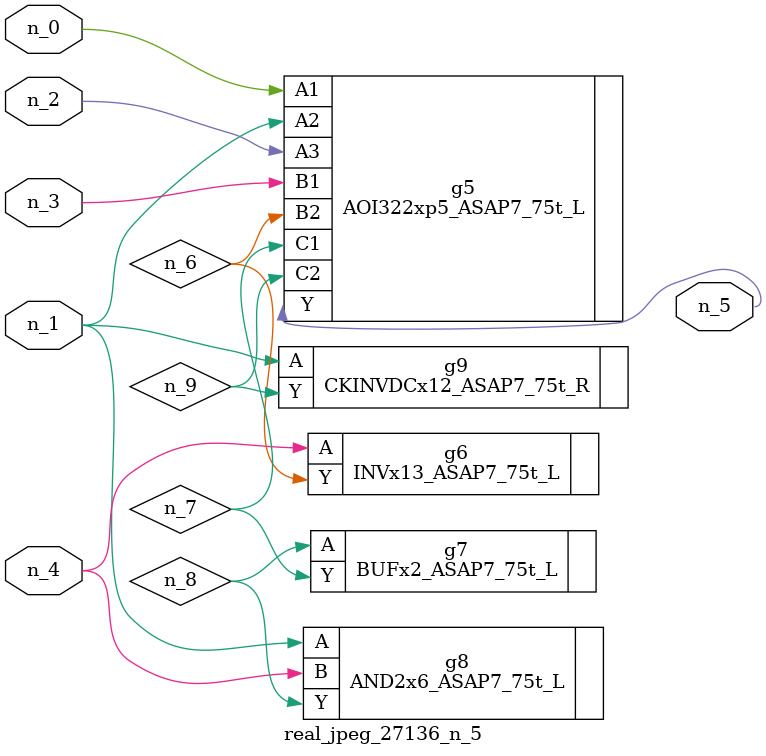
<source format=v>
module real_jpeg_27136_n_5 (n_4, n_0, n_1, n_2, n_3, n_5);

input n_4;
input n_0;
input n_1;
input n_2;
input n_3;

output n_5;

wire n_8;
wire n_6;
wire n_7;
wire n_9;

AOI322xp5_ASAP7_75t_L g5 ( 
.A1(n_0),
.A2(n_1),
.A3(n_2),
.B1(n_3),
.B2(n_6),
.C1(n_7),
.C2(n_9),
.Y(n_5)
);

AND2x6_ASAP7_75t_L g8 ( 
.A(n_1),
.B(n_4),
.Y(n_8)
);

CKINVDCx12_ASAP7_75t_R g9 ( 
.A(n_1),
.Y(n_9)
);

INVx13_ASAP7_75t_L g6 ( 
.A(n_4),
.Y(n_6)
);

BUFx2_ASAP7_75t_L g7 ( 
.A(n_8),
.Y(n_7)
);


endmodule
</source>
